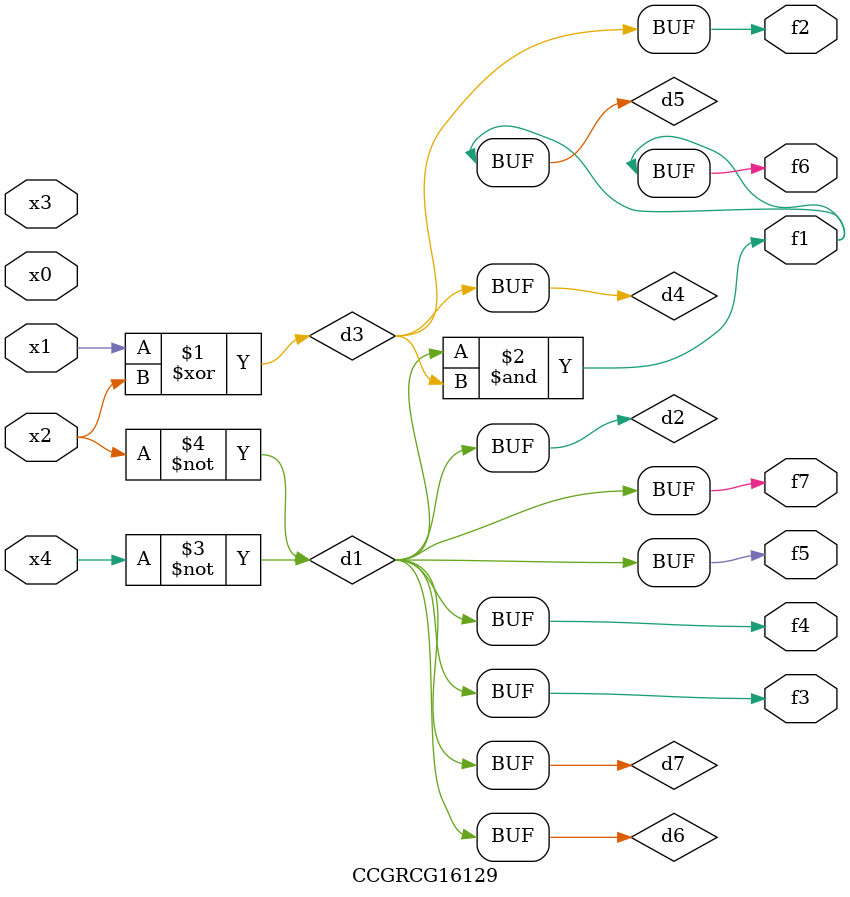
<source format=v>
module CCGRCG16129(
	input x0, x1, x2, x3, x4,
	output f1, f2, f3, f4, f5, f6, f7
);

	wire d1, d2, d3, d4, d5, d6, d7;

	not (d1, x4);
	not (d2, x2);
	xor (d3, x1, x2);
	buf (d4, d3);
	and (d5, d1, d3);
	buf (d6, d1, d2);
	buf (d7, d2);
	assign f1 = d5;
	assign f2 = d4;
	assign f3 = d7;
	assign f4 = d7;
	assign f5 = d7;
	assign f6 = d5;
	assign f7 = d7;
endmodule

</source>
